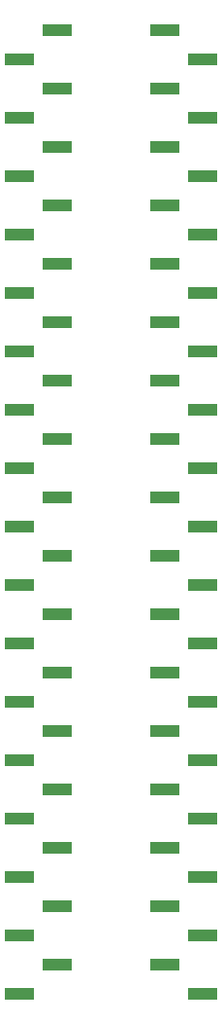
<source format=gbp>
G04 #@! TF.GenerationSoftware,KiCad,Pcbnew,9.0.6*
G04 #@! TF.CreationDate,2026-01-05T15:48:12-06:00*
G04 #@! TF.ProjectId,QFN-64_9x9_P0.5,51464e2d-3634-45f3-9978-395f50302e35,rev?*
G04 #@! TF.SameCoordinates,Original*
G04 #@! TF.FileFunction,Paste,Bot*
G04 #@! TF.FilePolarity,Positive*
%FSLAX46Y46*%
G04 Gerber Fmt 4.6, Leading zero omitted, Abs format (unit mm)*
G04 Created by KiCad (PCBNEW 9.0.6) date 2026-01-05 15:48:12*
%MOMM*%
%LPD*%
G01*
G04 APERTURE LIST*
%ADD10R,2.510000X1.000000*%
G04 APERTURE END LIST*
D10*
X129417000Y-163576000D03*
X126107000Y-161036000D03*
X129417000Y-158496000D03*
X126107000Y-155956000D03*
X129417000Y-153416000D03*
X126107000Y-150876000D03*
X129417000Y-148336000D03*
X126107000Y-145796000D03*
X129417000Y-143256000D03*
X126107000Y-140716000D03*
X129417000Y-138176000D03*
X126107000Y-135636000D03*
X129417000Y-133096000D03*
X126107000Y-130556000D03*
X129417000Y-128016000D03*
X126107000Y-125476000D03*
X129417000Y-122936000D03*
X126107000Y-120396000D03*
X129417000Y-117856000D03*
X126107000Y-115316000D03*
X129417000Y-112776000D03*
X126107000Y-110236000D03*
X129417000Y-107696000D03*
X126107000Y-105156000D03*
X129417000Y-102616000D03*
X126107000Y-100076000D03*
X129417000Y-97536000D03*
X126107000Y-94996000D03*
X129417000Y-92456000D03*
X126107000Y-89916000D03*
X129417000Y-87376000D03*
X126107000Y-84836000D03*
X129417000Y-82296000D03*
X126107000Y-79756000D03*
X116717000Y-120396000D03*
X116717000Y-79756000D03*
X113407000Y-82296000D03*
X116717000Y-84836000D03*
X113407000Y-87376000D03*
X116717000Y-89916000D03*
X113407000Y-92456000D03*
X116717000Y-94996000D03*
X113407000Y-97536000D03*
X116717000Y-100076000D03*
X113407000Y-102616000D03*
X116717000Y-105156000D03*
X113407000Y-107696000D03*
X116717000Y-110236000D03*
X113407000Y-112776000D03*
X116717000Y-115316000D03*
X113407000Y-117856000D03*
X113407000Y-122936000D03*
X116717000Y-125476000D03*
X113407000Y-128016000D03*
X116717000Y-130556000D03*
X113407000Y-133096000D03*
X116717000Y-135636000D03*
X113407000Y-138176000D03*
X116717000Y-140716000D03*
X113407000Y-143256000D03*
X116717000Y-145796000D03*
X113407000Y-148336000D03*
X116717000Y-150876000D03*
X113407000Y-153416000D03*
X116717000Y-155956000D03*
X113407000Y-158496000D03*
X116717000Y-161036000D03*
X113407000Y-163576000D03*
M02*

</source>
